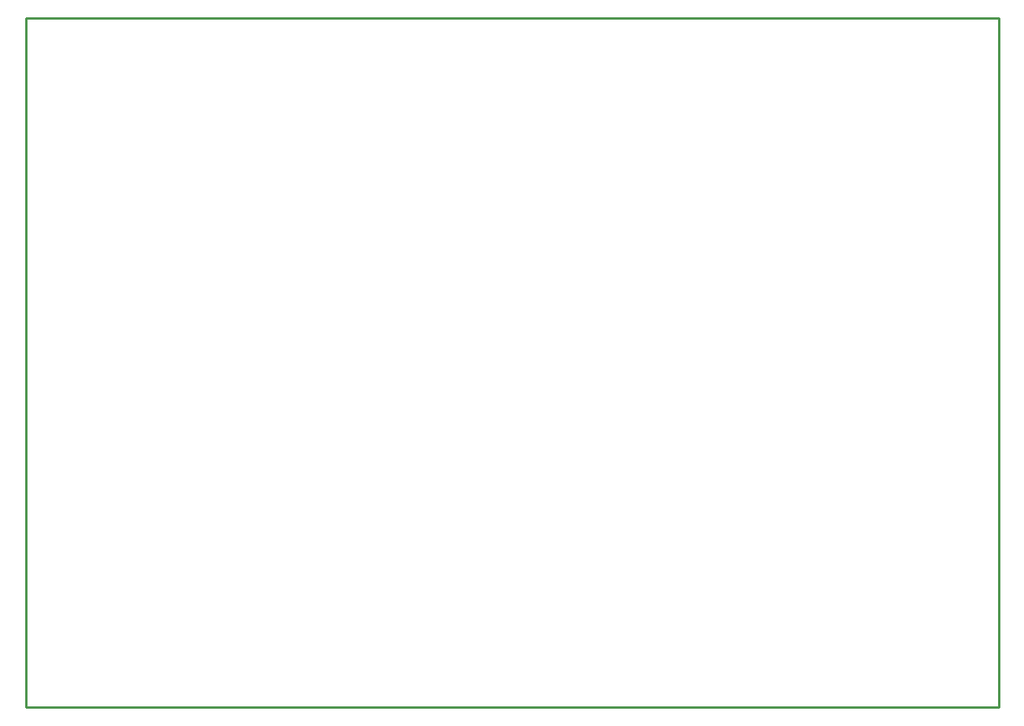
<source format=gbr>
G04 EAGLE Gerber RS-274X export*
G75*
%MOMM*%
%FSLAX34Y34*%
%LPD*%
%IN*%
%IPPOS*%
%AMOC8*
5,1,8,0,0,1.08239X$1,22.5*%
G01*
G04 Define Apertures*
%ADD10C,0.254000*%
D10*
X254000Y165100D02*
X1301750Y165100D01*
X1301750Y908050D01*
X254000Y908050D01*
X254000Y165100D01*
M02*

</source>
